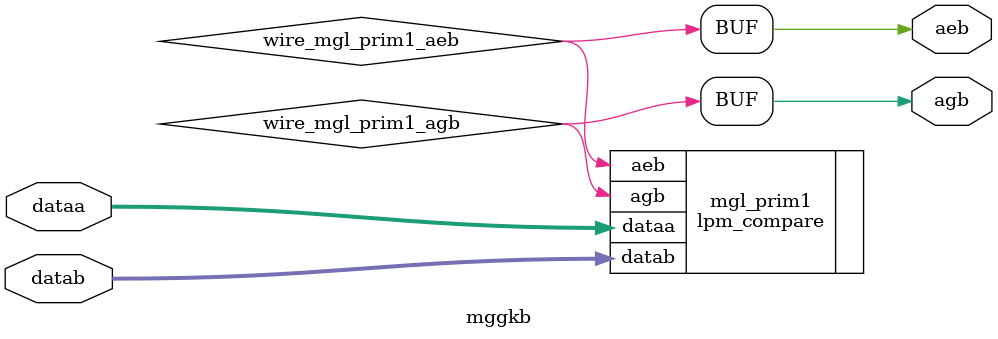
<source format=v>






//synthesis_resources = lpm_compare 1 
//synopsys translate_off
`timescale 1 ps / 1 ps
//synopsys translate_on
module  mggkb
	( 
	aeb,
	agb,
	dataa,
	datab) /* synthesis synthesis_clearbox=1 */;
	output   aeb;
	output   agb;
	input   [4:0]  dataa;
	input   [4:0]  datab;

	wire  wire_mgl_prim1_aeb;
	wire  wire_mgl_prim1_agb;

	lpm_compare   mgl_prim1
	( 
	.aeb(wire_mgl_prim1_aeb),
	.agb(wire_mgl_prim1_agb),
	.dataa(dataa),
	.datab(datab));
	defparam
		mgl_prim1.lpm_representation = "UNSIGNED",
		mgl_prim1.lpm_type = "LPM_COMPARE",
		mgl_prim1.lpm_width = 5;
	assign
		aeb = wire_mgl_prim1_aeb,
		agb = wire_mgl_prim1_agb;
endmodule //mggkb
//VALID FILE

</source>
